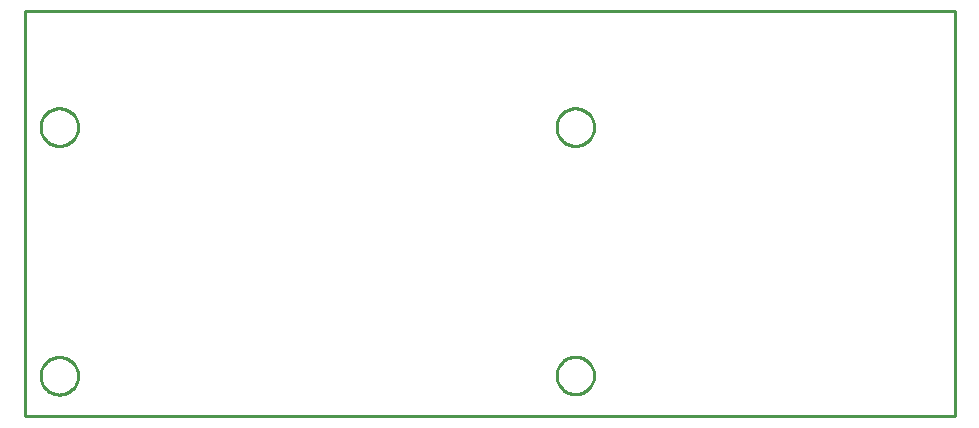
<source format=gbr>
G04 EAGLE Gerber RS-274X export*
G75*
%MOMM*%
%FSLAX34Y34*%
%LPD*%
%IN*%
%IPPOS*%
%AMOC8*
5,1,8,0,0,1.08239X$1,22.5*%
G01*
%ADD10C,0.254000*%


D10*
X0Y0D02*
X787400Y0D01*
X787400Y342900D01*
X0Y342900D01*
X0Y0D01*
X45085Y244336D02*
X45017Y243299D01*
X44881Y242269D01*
X44679Y241249D01*
X44410Y240245D01*
X44075Y239261D01*
X43678Y238301D01*
X43218Y237369D01*
X42698Y236468D01*
X42121Y235604D01*
X41488Y234780D01*
X40803Y233998D01*
X40068Y233263D01*
X39286Y232578D01*
X38462Y231945D01*
X37598Y231368D01*
X36697Y230848D01*
X35765Y230388D01*
X34805Y229991D01*
X33821Y229656D01*
X32817Y229387D01*
X31797Y229185D01*
X30767Y229049D01*
X29730Y228981D01*
X28690Y228981D01*
X27653Y229049D01*
X26623Y229185D01*
X25603Y229387D01*
X24599Y229656D01*
X23615Y229991D01*
X22655Y230388D01*
X21723Y230848D01*
X20822Y231368D01*
X19958Y231945D01*
X19134Y232578D01*
X18352Y233263D01*
X17617Y233998D01*
X16932Y234780D01*
X16299Y235604D01*
X15722Y236468D01*
X15202Y237369D01*
X14742Y238301D01*
X14345Y239261D01*
X14010Y240245D01*
X13741Y241249D01*
X13539Y242269D01*
X13403Y243299D01*
X13335Y244336D01*
X13335Y245376D01*
X13403Y246413D01*
X13539Y247443D01*
X13741Y248463D01*
X14010Y249467D01*
X14345Y250451D01*
X14742Y251411D01*
X15202Y252343D01*
X15722Y253244D01*
X16299Y254108D01*
X16932Y254932D01*
X17617Y255714D01*
X18352Y256449D01*
X19134Y257134D01*
X19958Y257767D01*
X20822Y258344D01*
X21723Y258864D01*
X22655Y259324D01*
X23615Y259721D01*
X24599Y260056D01*
X25603Y260325D01*
X26623Y260527D01*
X27653Y260663D01*
X28690Y260731D01*
X29730Y260731D01*
X30767Y260663D01*
X31797Y260527D01*
X32817Y260325D01*
X33821Y260056D01*
X34805Y259721D01*
X35765Y259324D01*
X36697Y258864D01*
X37598Y258344D01*
X38462Y257767D01*
X39286Y257134D01*
X40068Y256449D01*
X40803Y255714D01*
X41488Y254932D01*
X42121Y254108D01*
X42698Y253244D01*
X43218Y252343D01*
X43678Y251411D01*
X44075Y250451D01*
X44410Y249467D01*
X44679Y248463D01*
X44881Y247443D01*
X45017Y246413D01*
X45085Y245376D01*
X45085Y244336D01*
X45085Y33770D02*
X45017Y32733D01*
X44881Y31703D01*
X44679Y30683D01*
X44410Y29679D01*
X44075Y28695D01*
X43678Y27735D01*
X43218Y26803D01*
X42698Y25902D01*
X42121Y25038D01*
X41488Y24214D01*
X40803Y23432D01*
X40068Y22697D01*
X39286Y22012D01*
X38462Y21379D01*
X37598Y20802D01*
X36697Y20282D01*
X35765Y19822D01*
X34805Y19425D01*
X33821Y19090D01*
X32817Y18821D01*
X31797Y18619D01*
X30767Y18483D01*
X29730Y18415D01*
X28690Y18415D01*
X27653Y18483D01*
X26623Y18619D01*
X25603Y18821D01*
X24599Y19090D01*
X23615Y19425D01*
X22655Y19822D01*
X21723Y20282D01*
X20822Y20802D01*
X19958Y21379D01*
X19134Y22012D01*
X18352Y22697D01*
X17617Y23432D01*
X16932Y24214D01*
X16299Y25038D01*
X15722Y25902D01*
X15202Y26803D01*
X14742Y27735D01*
X14345Y28695D01*
X14010Y29679D01*
X13741Y30683D01*
X13539Y31703D01*
X13403Y32733D01*
X13335Y33770D01*
X13335Y34810D01*
X13403Y35847D01*
X13539Y36877D01*
X13741Y37897D01*
X14010Y38901D01*
X14345Y39885D01*
X14742Y40845D01*
X15202Y41777D01*
X15722Y42678D01*
X16299Y43542D01*
X16932Y44366D01*
X17617Y45148D01*
X18352Y45883D01*
X19134Y46568D01*
X19958Y47201D01*
X20822Y47778D01*
X21723Y48298D01*
X22655Y48758D01*
X23615Y49155D01*
X24599Y49490D01*
X25603Y49759D01*
X26623Y49961D01*
X27653Y50097D01*
X28690Y50165D01*
X29730Y50165D01*
X30767Y50097D01*
X31797Y49961D01*
X32817Y49759D01*
X33821Y49490D01*
X34805Y49155D01*
X35765Y48758D01*
X36697Y48298D01*
X37598Y47778D01*
X38462Y47201D01*
X39286Y46568D01*
X40068Y45883D01*
X40803Y45148D01*
X41488Y44366D01*
X42121Y43542D01*
X42698Y42678D01*
X43218Y41777D01*
X43678Y40845D01*
X44075Y39885D01*
X44410Y38901D01*
X44679Y37897D01*
X44881Y36877D01*
X45017Y35847D01*
X45085Y34810D01*
X45085Y33770D01*
X481965Y244336D02*
X481897Y243299D01*
X481761Y242269D01*
X481559Y241249D01*
X481290Y240245D01*
X480955Y239261D01*
X480558Y238301D01*
X480098Y237369D01*
X479578Y236468D01*
X479001Y235604D01*
X478368Y234780D01*
X477683Y233998D01*
X476948Y233263D01*
X476166Y232578D01*
X475342Y231945D01*
X474478Y231368D01*
X473577Y230848D01*
X472645Y230388D01*
X471685Y229991D01*
X470701Y229656D01*
X469697Y229387D01*
X468677Y229185D01*
X467647Y229049D01*
X466610Y228981D01*
X465570Y228981D01*
X464533Y229049D01*
X463503Y229185D01*
X462483Y229387D01*
X461479Y229656D01*
X460495Y229991D01*
X459535Y230388D01*
X458603Y230848D01*
X457702Y231368D01*
X456838Y231945D01*
X456014Y232578D01*
X455232Y233263D01*
X454497Y233998D01*
X453812Y234780D01*
X453179Y235604D01*
X452602Y236468D01*
X452082Y237369D01*
X451622Y238301D01*
X451225Y239261D01*
X450890Y240245D01*
X450621Y241249D01*
X450419Y242269D01*
X450283Y243299D01*
X450215Y244336D01*
X450215Y245376D01*
X450283Y246413D01*
X450419Y247443D01*
X450621Y248463D01*
X450890Y249467D01*
X451225Y250451D01*
X451622Y251411D01*
X452082Y252343D01*
X452602Y253244D01*
X453179Y254108D01*
X453812Y254932D01*
X454497Y255714D01*
X455232Y256449D01*
X456014Y257134D01*
X456838Y257767D01*
X457702Y258344D01*
X458603Y258864D01*
X459535Y259324D01*
X460495Y259721D01*
X461479Y260056D01*
X462483Y260325D01*
X463503Y260527D01*
X464533Y260663D01*
X465570Y260731D01*
X466610Y260731D01*
X467647Y260663D01*
X468677Y260527D01*
X469697Y260325D01*
X470701Y260056D01*
X471685Y259721D01*
X472645Y259324D01*
X473577Y258864D01*
X474478Y258344D01*
X475342Y257767D01*
X476166Y257134D01*
X476948Y256449D01*
X477683Y255714D01*
X478368Y254932D01*
X479001Y254108D01*
X479578Y253244D01*
X480098Y252343D01*
X480558Y251411D01*
X480955Y250451D01*
X481290Y249467D01*
X481559Y248463D01*
X481761Y247443D01*
X481897Y246413D01*
X481965Y245376D01*
X481965Y244336D01*
X481965Y34024D02*
X481897Y32987D01*
X481761Y31957D01*
X481559Y30937D01*
X481290Y29933D01*
X480955Y28949D01*
X480558Y27989D01*
X480098Y27057D01*
X479578Y26156D01*
X479001Y25292D01*
X478368Y24468D01*
X477683Y23686D01*
X476948Y22951D01*
X476166Y22266D01*
X475342Y21633D01*
X474478Y21056D01*
X473577Y20536D01*
X472645Y20076D01*
X471685Y19679D01*
X470701Y19344D01*
X469697Y19075D01*
X468677Y18873D01*
X467647Y18737D01*
X466610Y18669D01*
X465570Y18669D01*
X464533Y18737D01*
X463503Y18873D01*
X462483Y19075D01*
X461479Y19344D01*
X460495Y19679D01*
X459535Y20076D01*
X458603Y20536D01*
X457702Y21056D01*
X456838Y21633D01*
X456014Y22266D01*
X455232Y22951D01*
X454497Y23686D01*
X453812Y24468D01*
X453179Y25292D01*
X452602Y26156D01*
X452082Y27057D01*
X451622Y27989D01*
X451225Y28949D01*
X450890Y29933D01*
X450621Y30937D01*
X450419Y31957D01*
X450283Y32987D01*
X450215Y34024D01*
X450215Y35064D01*
X450283Y36101D01*
X450419Y37131D01*
X450621Y38151D01*
X450890Y39155D01*
X451225Y40139D01*
X451622Y41099D01*
X452082Y42031D01*
X452602Y42932D01*
X453179Y43796D01*
X453812Y44620D01*
X454497Y45402D01*
X455232Y46137D01*
X456014Y46822D01*
X456838Y47455D01*
X457702Y48032D01*
X458603Y48552D01*
X459535Y49012D01*
X460495Y49409D01*
X461479Y49744D01*
X462483Y50013D01*
X463503Y50215D01*
X464533Y50351D01*
X465570Y50419D01*
X466610Y50419D01*
X467647Y50351D01*
X468677Y50215D01*
X469697Y50013D01*
X470701Y49744D01*
X471685Y49409D01*
X472645Y49012D01*
X473577Y48552D01*
X474478Y48032D01*
X475342Y47455D01*
X476166Y46822D01*
X476948Y46137D01*
X477683Y45402D01*
X478368Y44620D01*
X479001Y43796D01*
X479578Y42932D01*
X480098Y42031D01*
X480558Y41099D01*
X480955Y40139D01*
X481290Y39155D01*
X481559Y38151D01*
X481761Y37131D01*
X481897Y36101D01*
X481965Y35064D01*
X481965Y34024D01*
M02*

</source>
